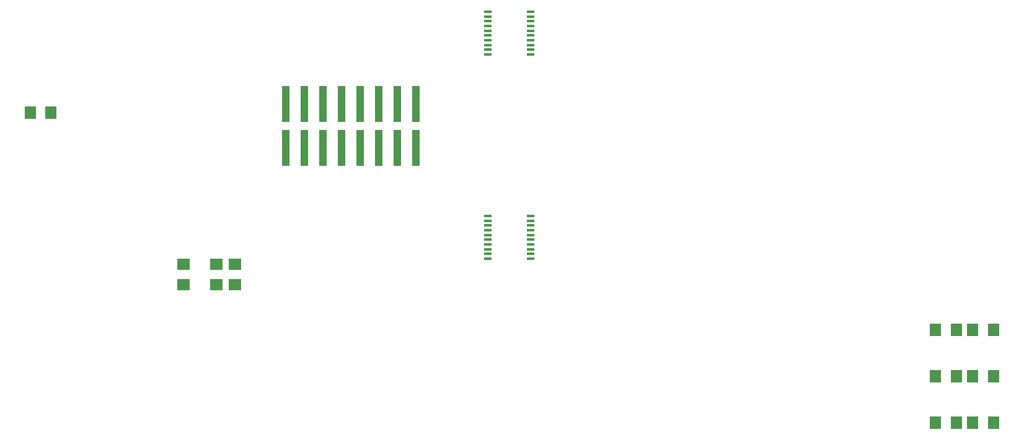
<source format=gbr>
G04 EAGLE Gerber RS-274X export*
G75*
%MOMM*%
%FSLAX34Y34*%
%LPD*%
%INSolderpaste Top*%
%IPPOS*%
%AMOC8*
5,1,8,0,0,1.08239X$1,22.5*%
G01*
%ADD10R,0.990600X0.304800*%
%ADD11R,1.803000X1.600000*%
%ADD12R,1.600000X1.803000*%
%ADD13R,1.020000X5.000000*%


D10*
X778478Y377150D03*
X778478Y383650D03*
X778478Y390150D03*
X778478Y396650D03*
X778478Y403150D03*
X778478Y409650D03*
X778478Y416150D03*
X778478Y422650D03*
X778478Y429150D03*
X778478Y435650D03*
X720122Y435650D03*
X720122Y429150D03*
X720122Y422650D03*
X720122Y416150D03*
X720122Y409650D03*
X720122Y403150D03*
X720122Y396650D03*
X720122Y390150D03*
X720122Y383650D03*
X720122Y377150D03*
X778478Y656550D03*
X778478Y663050D03*
X778478Y669550D03*
X778478Y676050D03*
X778478Y682550D03*
X778478Y689050D03*
X778478Y695550D03*
X778478Y702050D03*
X778478Y708550D03*
X778478Y715050D03*
X720122Y715050D03*
X720122Y708550D03*
X720122Y702050D03*
X720122Y695550D03*
X720122Y689050D03*
X720122Y682550D03*
X720122Y676050D03*
X720122Y669550D03*
X720122Y663050D03*
X720122Y656550D03*
D11*
X349250Y341380D03*
X349250Y369820D03*
X374650Y341380D03*
X374650Y369820D03*
D12*
X1360420Y152400D03*
X1331980Y152400D03*
X1360420Y279400D03*
X1331980Y279400D03*
X1360420Y215900D03*
X1331980Y215900D03*
X1411220Y279400D03*
X1382780Y279400D03*
X1411220Y215900D03*
X1382780Y215900D03*
X1411220Y152400D03*
X1382780Y152400D03*
D11*
X304800Y341380D03*
X304800Y369820D03*
D12*
X123720Y577100D03*
X95280Y577100D03*
D13*
X444500Y528800D03*
X444500Y588800D03*
X469900Y528800D03*
X469900Y588800D03*
X495300Y528800D03*
X495300Y588800D03*
X520700Y528800D03*
X520700Y588800D03*
X546100Y528800D03*
X546100Y588800D03*
X571500Y528800D03*
X571500Y588800D03*
X596900Y528800D03*
X596900Y588800D03*
X622300Y528800D03*
X622300Y588800D03*
M02*

</source>
